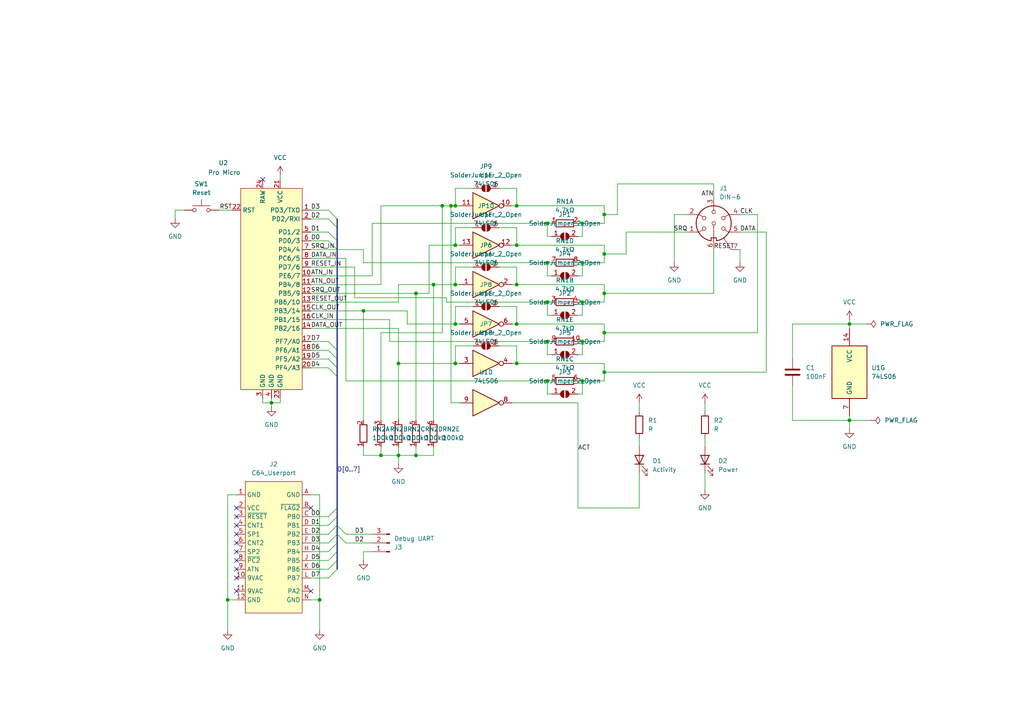
<source format=kicad_sch>
(kicad_sch (version 20231120) (generator "eeschema") (generator_version "8.0")
  (paper "A4")
  (title_block (title "XUM1541 Pro Micro") (date "2024-08-12") (rev "1.0") (company "Patrick Dähne CC BY-NC-SA 4.0"))
  (lib_symbols
    (symbol "74xx:74LS06" (pin_names (offset 1.016))
      (property "Reference" "U" (at 0 1.27 0))
      (property "Value" "74LS06" (at 0 -1.27 0))
      (symbol "74LS06_1_0"
        (polyline (pts (xy -3.81 3.81) (xy -3.81 -3.81) (xy 3.81 0) (xy -3.81 3.81)) (stroke (width 0.254)) (fill (type background)))
        (pin input line (at -7.62 0 0) (length 3.81) (name "~") (number "1"))
        (pin open_collector inverted (at 7.62 0 180) (length 3.81) (name "~") (number "2"))
      )
      (symbol "74LS06_2_0"
        (polyline (pts (xy -3.81 3.81) (xy -3.81 -3.81) (xy 3.81 0) (xy -3.81 3.81)) (stroke (width 0.254)) (fill (type background)))
        (pin input line (at -7.62 0 0) (length 3.81) (name "~") (number "3"))
        (pin open_collector inverted (at 7.62 0 180) (length 3.81) (name "~") (number "4"))
      )
      (symbol "74LS06_3_0"
        (polyline (pts (xy -3.81 3.81) (xy -3.81 -3.81) (xy 3.81 0) (xy -3.81 3.81)) (stroke (width 0.254)) (fill (type background)))
        (pin input line (at -7.62 0 0) (length 3.81) (name "~") (number "5"))
        (pin open_collector inverted (at 7.62 0 180) (length 3.81) (name "~") (number "6"))
      )
      (symbol "74LS06_4_0"
        (polyline (pts (xy -3.81 3.81) (xy -3.81 -3.81) (xy 3.81 0) (xy -3.81 3.81)) (stroke (width 0.254)) (fill (type background)))
        (pin open_collector inverted (at 7.62 0 180) (length 3.81) (name "~") (number "8"))
        (pin input line (at -7.62 0 0) (length 3.81) (name "~") (number "9"))
      )
      (symbol "74LS06_5_0"
        (polyline (pts (xy -3.81 3.81) (xy -3.81 -3.81) (xy 3.81 0) (xy -3.81 3.81)) (stroke (width 0.254)) (fill (type background)))
        (pin open_collector inverted (at 7.62 0 180) (length 3.81) (name "~") (number "10"))
        (pin input line (at -7.62 0 0) (length 3.81) (name "~") (number "11"))
      )
      (symbol "74LS06_6_0"
        (polyline (pts (xy -3.81 3.81) (xy -3.81 -3.81) (xy 3.81 0) (xy -3.81 3.81)) (stroke (width 0.254)) (fill (type background)))
        (pin open_collector inverted (at 7.62 0 180) (length 3.81) (name "~") (number "12"))
        (pin input line (at -7.62 0 0) (length 3.81) (name "~") (number "13"))
      )
      (symbol "74LS06_7_0"
        (pin power_in line (at 0 12.7 270) (length 5.08) (name "VCC") (number "14"))
        (pin power_in line (at 0 -12.7 90) (length 5.08) (name "GND") (number "7"))
      )
      (symbol "74LS06_7_1"
        (rectangle (start -5.08 7.62) (end 5.08 -7.62) (stroke (width 0.254)) (fill (type background)))
      )
    )
    (symbol "Commodore:C64_Userport"
      (property "Reference" "J" (at 0 21.59 0))
      (property "Value" "C64_Userport" (at 0 24.13 0))
      (symbol "C64_Userport_0_1"
        (rectangle (start -7.62 19.05) (end 8.89 -19.05) (fill (type background)))
      )
      (symbol "C64_Userport_1_1"
        (pin passive line (at -10.16 15.24 0) (length 2.54) (name "GND") (number "1"))
        (pin passive line (at -10.16 -8.89 0) (length 2.54) (name "9VAC") (number "10"))
        (pin passive line (at -10.16 -12.7 0) (length 2.54) (name "9VAC") (number "11"))
        (pin passive line (at -10.16 -15.24 0) (length 2.54) (name "GND") (number "12"))
        (pin passive line (at -10.16 11.43 0) (length 2.54) (name "VCC") (number "2"))
        (pin bidirectional line (at -10.16 8.89 0) (length 2.54) (name "~{RESET}") (number "3"))
        (pin bidirectional line (at -10.16 6.35 0) (length 2.54) (name "CNT1") (number "4"))
        (pin bidirectional line (at -10.16 3.81 0) (length 2.54) (name "SP1") (number "5"))
        (pin bidirectional line (at -10.16 1.27 0) (length 2.54) (name "CNT2") (number "6"))
        (pin bidirectional line (at -10.16 -1.27 0) (length 2.54) (name "SP2") (number "7"))
        (pin bidirectional line (at -10.16 -3.81 0) (length 2.54) (name "~{PC2}") (number "8"))
        (pin bidirectional line (at -10.16 -6.35 0) (length 2.54) (name "ATN") (number "9"))
        (pin passive line (at 11.43 15.24 180) (length 2.54) (name "GND") (number "A"))
        (pin bidirectional line (at 11.43 11.43 180) (length 2.54) (name "~{FLAG2}") (number "B"))
        (pin bidirectional line (at 11.43 8.89 180) (length 2.54) (name "PB0") (number "C"))
        (pin bidirectional line (at 11.43 6.35 180) (length 2.54) (name "PB1") (number "D"))
        (pin bidirectional line (at 11.43 3.81 180) (length 2.54) (name "PB2") (number "E"))
        (pin bidirectional line (at 11.43 1.27 180) (length 2.54) (name "PB3") (number "F"))
        (pin bidirectional line (at 11.43 -1.27 180) (length 2.54) (name "PB4") (number "H"))
        (pin bidirectional line (at 11.43 -3.81 180) (length 2.54) (name "PB5") (number "J"))
        (pin bidirectional line (at 11.43 -6.35 180) (length 2.54) (name "PB6") (number "K"))
        (pin bidirectional line (at 11.43 -8.89 180) (length 2.54) (name "PB7") (number "L"))
        (pin bidirectional line (at 11.43 -12.7 180) (length 2.54) (name "PA2") (number "M"))
        (pin passive line (at 11.43 -15.24 180) (length 2.54) (name "GND") (number "N"))
      )
    )
    (symbol "Connector:Conn_01x03_Pin" (pin_names (offset 1.016) hide)
      (property "Reference" "J" (at 0 5.08 0))
      (property "Value" "Conn_01x03_Pin" (at 0 -5.08 0))
      (symbol "Conn_01x03_Pin_1_1"
        (polyline (pts (xy 1.27 -2.54) (xy 0.8636 -2.54)) (stroke (width 0.1524)))
        (polyline (pts (xy 1.27 0) (xy 0.8636 0)) (stroke (width 0.1524)))
        (polyline (pts (xy 1.27 2.54) (xy 0.8636 2.54)) (stroke (width 0.1524)))
        (rectangle (start 0.8636 -2.413) (end 0 -2.667) (stroke (width 0.1524)) (fill (type outline)))
        (rectangle (start 0.8636 0.127) (end 0 -0.127) (stroke (width 0.1524)) (fill (type outline)))
        (rectangle (start 0.8636 2.667) (end 0 2.413) (stroke (width 0.1524)) (fill (type outline)))
        (pin passive line (at 5.08 2.54 180) (length 3.81) (name "Pin_1") (number "1"))
        (pin passive line (at 5.08 0 180) (length 3.81) (name "Pin_2") (number "2"))
        (pin passive line (at 5.08 -2.54 180) (length 3.81) (name "Pin_3") (number "3"))
      )
    )
    (symbol "DIN:DIN-6_Shielded"
      (property "Reference" "J" (at 4.064 6.35 0))
      (symbol "DIN-6_Shielded_0_1"
        (arc (start -5.08 0) (mid -3.8609 -3.3364) (end -0.762 -5.08) (stroke (width 0.254)))
        (circle (center -2.794 -1.524) (radius 0.508))
        (circle (center -2.794 1.524) (radius 0.508))
        (polyline (pts (xy 0 -5.08) (xy 0 -0.508)))
        (polyline (pts (xy 0 5.08) (xy 0 3.81)))
        (polyline (pts (xy 5.08 -7.62) (xy 2.909 -4.262)))
        (polyline (pts (xy -5.08 -2.54) (xy -4.318 -2.54) (xy -3.175 -1.905)))
        (polyline (pts (xy -5.08 2.54) (xy -4.318 2.54) (xy -3.175 1.905)))
        (polyline (pts (xy 5.08 -2.54) (xy 4.318 -2.54) (xy 3.175 -1.905)))
        (polyline (pts (xy 5.08 2.54) (xy 4.318 2.54) (xy 3.175 1.905)))
        (polyline (pts (xy -0.762 -4.953) (xy -0.762 -4.191) (xy 0.762 -4.191) (xy 0.762 -4.953)) (stroke (width 0.254)))
        (circle (center 0 0) (radius 0.508))
        (circle (center 0 3.302) (radius 0.508))
        (arc (start 0.762 -5.08) (mid 3.8685 -3.343) (end 5.08 0) (stroke (width 0.254)))
        (circle (center 2.794 -1.524) (radius 0.508))
        (circle (center 2.794 1.524) (radius 0.508))
        (arc (start 5.08 0) (mid 0 5.0579) (end -5.08 0) (stroke (width 0.254)))
      )
      (symbol "DIN-6_Shielded_1_1"
        (pin passive line (at -7.62 -2.54 0) (length 2.54) (name "~") (number "1"))
        (pin passive line (at -7.62 2.54 0) (length 2.54) (name "~") (number "2"))
        (pin passive line (at 0 7.62 270) (length 2.54) (name "~") (number "3"))
        (pin passive line (at 7.62 2.54 180) (length 2.54) (name "~") (number "4"))
        (pin passive line (at 7.62 -2.54 180) (length 2.54) (name "~") (number "5"))
        (pin passive line (at 0 -7.62 90) (length 2.54) (name "~") (number "6"))
        (pin passive line (at 7.62 -7.62 180) (length 2.54) (name "~") (number "7"))
      )
    )
    (symbol "Device:C" (pin_numbers hide) (pin_names (offset 0.254))
      (property "Reference" "C" (at 0.635 2.54 0))
      (property "Value" "C" (at 0.635 -2.54 0))
      (symbol "C_0_1"
        (polyline (pts (xy -2.032 -0.762) (xy 2.032 -0.762)) (stroke (width 0.508)))
        (polyline (pts (xy -2.032 0.762) (xy 2.032 0.762)) (stroke (width 0.508)))
      )
      (symbol "C_1_1"
        (pin passive line (at 0 3.81 270) (length 2.794) (name "~") (number "1"))
        (pin passive line (at 0 -3.81 90) (length 2.794) (name "~") (number "2"))
      )
    )
    (symbol "Device:LED" (pin_numbers hide) (pin_names (offset 1.016) hide)
      (property "Reference" "D" (at 0 2.54 0))
      (property "Value" "LED" (at 0 -2.54 0))
      (symbol "LED_0_1"
        (polyline (pts (xy -1.27 -1.27) (xy -1.27 1.27)) (stroke (width 0.254)))
        (polyline (pts (xy -1.27 0) (xy 1.27 0)))
        (polyline (pts (xy 1.27 -1.27) (xy 1.27 1.27) (xy -1.27 0) (xy 1.27 -1.27)) (stroke (width 0.254)))
        (polyline (pts (xy -3.048 -0.762) (xy -4.572 -2.286) (xy -3.81 -2.286) (xy -4.572 -2.286) (xy -4.572 -1.524)))
        (polyline (pts (xy -1.778 -0.762) (xy -3.302 -2.286) (xy -2.54 -2.286) (xy -3.302 -2.286) (xy -3.302 -1.524)))
      )
      (symbol "LED_1_1"
        (pin passive line (at -3.81 0 0) (length 2.54) (name "K") (number "1"))
        (pin passive line (at 3.81 0 180) (length 2.54) (name "A") (number "2"))
      )
    )
    (symbol "Device:R" (pin_numbers hide) (pin_names (offset 0))
      (property "Reference" "R" (at 2.032 0 90))
      (property "Value" "R" (at 0 0 90))
      (symbol "R_0_1"
        (rectangle (start -1.016 -2.54) (end 1.016 2.54) (stroke (width 0.254)))
      )
      (symbol "R_1_1"
        (pin passive line (at 0 3.81 270) (length 1.27) (name "~") (number "1"))
        (pin passive line (at 0 -3.81 90) (length 1.27) (name "~") (number "2"))
      )
    )
    (symbol "Device:R_Network05_Split" (pin_names (offset 0) hide)
      (property "Reference" "RN" (at 2.032 0 90))
      (property "Value" "R_Network05_Split" (at 0 0 90))
      (symbol "R_Network05_Split_0_1"
        (rectangle (start 1.016 2.54) (end -1.016 -2.54) (stroke (width 0.254)))
        (pin passive line (at 0 3.81 270) (length 1.27) (name "R1") (number "1"))
      )
      (symbol "R_Network05_Split_1_1"
        (pin passive line (at 0 -3.81 90) (length 1.27) (name "R1.2") (number "2"))
      )
      (symbol "R_Network05_Split_2_1"
        (pin passive line (at 0 -3.81 90) (length 1.27) (name "R2.2") (number "3"))
      )
      (symbol "R_Network05_Split_3_1"
        (pin passive line (at 0 -3.81 90) (length 1.27) (name "R3.2") (number "4"))
      )
      (symbol "R_Network05_Split_4_1"
        (pin passive line (at 0 -3.81 90) (length 1.27) (name "R4.2") (number "5"))
      )
      (symbol "R_Network05_Split_5_1"
        (pin passive line (at 0 -3.81 90) (length 1.27) (name "R5.2") (number "6"))
      )
    )
    (symbol "Device:R_Pack05_SIP_Split" (pin_names (offset 0) hide)
      (property "Reference" "RN" (at 2.032 0 90))
      (property "Value" "R_Pack05_SIP_Split" (at 0 0 90))
      (symbol "R_Pack05_SIP_Split_0_1"
        (rectangle (start 1.016 2.54) (end -1.016 -2.54) (stroke (width 0.254)))
      )
      (symbol "R_Pack05_SIP_Split_1_1"
        (pin passive line (at 0 -3.81 90) (length 1.27) (name "R1.1") (number "1"))
        (pin passive line (at 0 3.81 270) (length 1.27) (name "R1.2") (number "2"))
      )
      (symbol "R_Pack05_SIP_Split_2_1"
        (pin passive line (at 0 -3.81 90) (length 1.27) (name "R2.1") (number "3"))
        (pin passive line (at 0 3.81 270) (length 1.27) (name "R2.2") (number "4"))
      )
      (symbol "R_Pack05_SIP_Split_3_1"
        (pin passive line (at 0 -3.81 90) (length 1.27) (name "R3.1") (number "5"))
        (pin passive line (at 0 3.81 270) (length 1.27) (name "R3.2") (number "6"))
      )
      (symbol "R_Pack05_SIP_Split_4_1"
        (pin passive line (at 0 -3.81 90) (length 1.27) (name "R4.1") (number "7"))
        (pin passive line (at 0 3.81 270) (length 1.27) (name "R4.2") (number "8"))
      )
      (symbol "R_Pack05_SIP_Split_5_1"
        (pin passive line (at 0 3.81 270) (length 1.27) (name "R5.2") (number "10"))
        (pin passive line (at 0 -3.81 90) (length 1.27) (name "R5.1") (number "9"))
      )
    )
    (symbol "Jumper:SolderJumper_2_Open" (pin_names (offset 0) hide)
      (property "Reference" "JP" (at 0 2.032 0))
      (property "Value" "SolderJumper_2_Open" (at 0 -2.54 0))
      (symbol "SolderJumper_2_Open_0_1"
        (arc (start -0.254 1.016) (mid -1.2656 0) (end -0.254 -1.016))
        (arc (start -0.254 1.016) (mid -1.2656 0) (end -0.254 -1.016) (fill (type outline)))
        (polyline (pts (xy -0.254 1.016) (xy -0.254 -1.016)))
        (polyline (pts (xy 0.254 1.016) (xy 0.254 -1.016)))
        (arc (start 0.254 -1.016) (mid 1.2656 0) (end 0.254 1.016))
        (arc (start 0.254 -1.016) (mid 1.2656 0) (end 0.254 1.016) (fill (type outline)))
      )
      (symbol "SolderJumper_2_Open_1_1"
        (pin passive line (at -3.81 0 0) (length 2.54) (name "A") (number "1"))
        (pin passive line (at 3.81 0 180) (length 2.54) (name "B") (number "2"))
      )
    )
    (symbol "Pro_Micro:Pro_Micro"
      (property "Reference" "U" (at -8.382 30.734 0))
      (property "Value" "Pro Micro" (at 9.398 -31.496 0))
      (symbol "Pro_Micro_1_1"
        (rectangle (start -8.89 29.21) (end 8.89 -29.21) (fill (type background)))
        (pin bidirectional line (at 11.43 22.86 180) (length 2.54) (name "PD3/TXO") (number "1"))
        (pin bidirectional line (at 11.43 3.81 180) (length 2.54) (name "PE6/7") (number "10"))
        (pin bidirectional line (at 11.43 1.27 180) (length 2.54) (name "PB4/8") (number "11"))
        (pin bidirectional line (at 11.43 -1.27 180) (length 2.54) (name "PB5/9") (number "12"))
        (pin bidirectional line (at 11.43 -3.81 180) (length 2.54) (name "PB6/10") (number "13"))
        (pin bidirectional line (at 11.43 -11.43 180) (length 2.54) (name "PB2/16") (number "14"))
        (pin bidirectional line (at 11.43 -6.35 180) (length 2.54) (name "PB3/14") (number "15"))
        (pin bidirectional line (at 11.43 -8.89 180) (length 2.54) (name "PB1/15") (number "16"))
        (pin bidirectional line (at 11.43 -15.24 180) (length 2.54) (name "PF7/A0") (number "17"))
        (pin bidirectional line (at 11.43 -17.78 180) (length 2.54) (name "PF6/A1") (number "18"))
        (pin bidirectional line (at 11.43 -20.32 180) (length 2.54) (name "PF5/A2") (number "19"))
        (pin bidirectional line (at 11.43 20.32 180) (length 2.54) (name "PD2/RXI") (number "2"))
        (pin bidirectional line (at 11.43 -22.86 180) (length 2.54) (name "PF4/A3") (number "20"))
        (pin passive line (at 2.54 31.75 270) (length 2.54) (name "VCC") (number "21"))
        (pin input line (at -11.43 22.86 0) (length 2.54) (name "RST") (number "22"))
        (pin passive line (at 2.54 -31.75 90) (length 2.54) (name "GND") (number "23"))
        (pin passive line (at -2.54 31.75 270) (length 2.54) (name "RAW") (number "24"))
        (pin passive line (at -2.54 -31.75 90) (length 2.54) (name "GND") (number "3"))
        (pin passive line (at 0 -31.75 90) (length 2.54) (name "GND") (number "4"))
        (pin bidirectional line (at 11.43 16.51 180) (length 2.54) (name "PD1/2") (number "5"))
        (pin bidirectional line (at 11.43 13.97 180) (length 2.54) (name "PD0/3") (number "6"))
        (pin bidirectional line (at 11.43 11.43 180) (length 2.54) (name "PD4/4") (number "7"))
        (pin bidirectional line (at 11.43 8.89 180) (length 2.54) (name "PC6/5") (number "8"))
        (pin bidirectional line (at 11.43 6.35 180) (length 2.54) (name "PD7/6") (number "9"))
      )
    )
    (symbol "Switch:SW_Push" (pin_numbers hide) (pin_names (offset 1.016) hide)
      (property "Reference" "SW" (at 1.27 2.54 0))
      (property "Value" "SW_Push" (at 0 -1.524 0))
      (symbol "SW_Push_0_1"
        (circle (center -2.032 0) (radius 0.508))
        (polyline (pts (xy 0 1.27) (xy 0 3.048)))
        (polyline (pts (xy 2.54 1.27) (xy -2.54 1.27)))
        (circle (center 2.032 0) (radius 0.508))
        (pin passive line (at -5.08 0 0) (length 2.54) (name "1") (number "1"))
        (pin passive line (at 5.08 0 180) (length 2.54) (name "2") (number "2"))
      )
    )
    (symbol "power:GND" (power) (pin_numbers hide) (pin_names (offset 0) hide)
      (property "Value" "GND" (at 0 -3.81 0))
      (symbol "GND_0_1"
        (polyline (pts (xy 0 0) (xy 0 -1.27) (xy 1.27 -1.27) (xy 0 -2.54) (xy -1.27 -1.27) (xy 0 -1.27)))
      )
      (symbol "GND_1_1"
        (pin power_in line (at 0 0 270) (length 0) (name "~") (number "1"))
      )
    )
    (symbol "power:PWR_FLAG" (power) (pin_numbers hide) (pin_names (offset 0) hide)
      (property "Value" "PWR_FLAG" (at 0 3.81 0))
      (symbol "PWR_FLAG_0_0"
        (pin power_out line (at 0 0 90) (length 0) (name "~") (number "1"))
      )
      (symbol "PWR_FLAG_0_1"
        (polyline (pts (xy 0 0) (xy 0 1.27) (xy -1.016 1.905) (xy 0 2.54) (xy 1.016 1.905) (xy 0 1.27)))
      )
    )
    (symbol "power:VCC" (power) (pin_numbers hide) (pin_names (offset 0) hide)
      (property "Value" "VCC" (at 0 3.556 0))
      (symbol "VCC_0_1"
        (polyline (pts (xy -0.762 1.27) (xy 0 2.54)))
        (polyline (pts (xy 0 0) (xy 0 2.54)))
        (polyline (pts (xy 0 2.54) (xy 0.762 1.27)))
      )
      (symbol "VCC_1_1"
        (pin power_in line (at 0 0 90) (length 0) (name "~") (number "1"))
      )
    )
  )
  (junction (at 66.04 173.99))
  (junction (at 132.08 71.12))
  (junction (at 168.91 99.06))
  (junction (at 110.49 132.08))
  (junction (at 175.26 96.52))
  (junction (at 105.41 90.17))
  (junction (at 115.57 132.08))
  (junction (at 158.75 64.77))
  (junction (at 149.86 93.98))
  (junction (at 158.75 76.2))
  (junction (at 149.86 105.41))
  (junction (at 246.38 93.98))
  (junction (at 175.26 62.23))
  (junction (at 168.91 64.77))
  (junction (at 158.75 110.49))
  (junction (at 149.86 59.69))
  (junction (at 78.74 116.84))
  (junction (at 128.27 59.69))
  (junction (at 168.91 76.2))
  (junction (at 125.73 82.55))
  (junction (at 132.08 82.55))
  (junction (at 149.86 71.12))
  (junction (at 92.71 173.99))
  (junction (at 175.26 107.95))
  (junction (at 130.81 59.69))
  (junction (at 115.57 105.41))
  (junction (at 132.08 93.98))
  (junction (at 246.38 121.92))
  (junction (at 132.08 105.41))
  (junction (at 168.91 110.49))
  (junction (at 120.65 85.09))
  (junction (at 175.26 73.66))
  (junction (at 149.86 82.55))
  (junction (at 120.65 132.08))
  (junction (at 168.91 87.63))
  (junction (at 175.26 85.09))
  (junction (at 158.75 87.63))
  (junction (at 132.08 59.69))
  (junction (at 158.75 99.06))
  (no_connect (at 68.58 160.02))
  (no_connect (at 68.58 154.94))
  (no_connect (at 68.58 167.64))
  (no_connect (at 90.17 171.45))
  (no_connect (at 68.58 162.56))
  (no_connect (at 68.58 157.48))
  (no_connect (at 68.58 147.32))
  (no_connect (at 90.17 147.32))
  (no_connect (at 68.58 171.45))
  (no_connect (at 68.58 152.4))
  (no_connect (at 68.58 165.1))
  (no_connect (at 68.58 149.86))
  (no_connect (at 76.2 52.07))
  (bus_entry (at 95.25 154.94) (size 2.54 -2.54))
  (bus_entry (at 95.25 106.68) (size 2.54 2.54))
  (bus_entry (at 95.25 99.06) (size 2.54 2.54))
  (bus_entry (at 95.25 149.86) (size 2.54 -2.54))
  (bus_entry (at 95.25 167.64) (size 2.54 -2.54))
  (bus_entry (at 95.25 69.85) (size 2.54 2.54))
  (bus_entry (at 95.25 63.5) (size 2.54 2.54))
  (bus_entry (at 97.79 154.94) (size 2.54 2.54))
  (bus_entry (at 95.25 152.4) (size 2.54 -2.54))
  (bus_entry (at 95.25 101.6) (size 2.54 2.54))
  (bus_entry (at 95.25 60.96) (size 2.54 2.54))
  (bus_entry (at 95.25 162.56) (size 2.54 -2.54))
  (bus_entry (at 95.25 165.1) (size 2.54 -2.54))
  (bus_entry (at 95.25 104.14) (size 2.54 2.54))
  (bus_entry (at 95.25 67.31) (size 2.54 2.54))
  (bus_entry (at 95.25 160.02) (size 2.54 -2.54))
  (bus_entry (at 97.79 152.4) (size 2.54 2.54))
  (bus_entry (at 95.25 157.48) (size 2.54 -2.54))
  (wire (pts (xy 175.26 73.66) (xy 175.26 76.2)))
  (wire (pts (xy 158.75 87.63) (xy 160.02 87.63)))
  (wire (pts (xy 120.65 129.54) (xy 120.65 132.08)))
  (wire (pts (xy 158.75 91.44) (xy 158.75 87.63)))
  (wire (pts (xy 90.17 160.02) (xy 95.25 160.02)))
  (wire (pts (xy 167.64 80.01) (xy 168.91 80.01)))
  (wire (pts (xy 222.25 67.31) (xy 222.25 107.95)))
  (wire (pts (xy 144.78 66.04) (xy 149.86 66.04)))
  (wire (pts (xy 149.86 59.69) (xy 175.26 59.69)))
  (wire (pts (xy 168.91 64.77) (xy 167.64 64.77)))
  (wire (pts (xy 50.8 60.96) (xy 50.8 63.5)))
  (wire (pts (xy 204.47 137.16) (xy 204.47 142.24)))
  (wire (pts (xy 148.59 116.84) (xy 167.64 116.84)))
  (wire (pts (xy 158.75 102.87) (xy 158.75 99.06)))
  (wire (pts (xy 132.08 88.9) (xy 132.08 93.98)))
  (wire (pts (xy 90.17 74.93) (xy 100.33 74.93)))
  (wire (pts (xy 132.08 54.61) (xy 132.08 59.69)))
  (wire (pts (xy 110.49 96.52) (xy 128.27 96.52)))
  (wire (pts (xy 149.86 82.55) (xy 175.26 82.55)))
  (wire (pts (xy 107.95 80.01) (xy 107.95 64.77)))
  (wire (pts (xy 175.26 96.52) (xy 175.26 99.06)))
  (wire (pts (xy 229.87 121.92) (xy 229.87 111.76)))
  (wire (pts (xy 105.41 160.02) (xy 105.41 162.56)))
  (wire (pts (xy 115.57 132.08) (xy 120.65 132.08)))
  (wire (pts (xy 158.75 76.2) (xy 160.02 76.2)))
  (wire (pts (xy 219.71 96.52) (xy 175.26 96.52)))
  (wire (pts (xy 246.38 93.98) (xy 246.38 95.25)))
  (wire (pts (xy 90.17 60.96) (xy 95.25 60.96)))
  (wire (pts (xy 105.41 129.54) (xy 105.41 132.08)))
  (wire (pts (xy 128.27 59.69) (xy 130.81 59.69)))
  (wire (pts (xy 90.17 173.99) (xy 92.71 173.99)))
  (wire (pts (xy 175.26 64.77) (xy 168.91 64.77)))
  (wire (pts (xy 113.03 92.71) (xy 113.03 99.06)))
  (wire (pts (xy 158.75 114.3) (xy 158.75 110.49)))
  (wire (pts (xy 229.87 93.98) (xy 229.87 104.14)))
  (wire (pts (xy 148.59 59.69) (xy 149.86 59.69)))
  (wire (pts (xy 168.91 91.44) (xy 168.91 87.63)))
  (wire (pts (xy 81.28 50.8) (xy 81.28 52.07)))
  (wire (pts (xy 175.26 82.55) (xy 175.26 85.09)))
  (wire (pts (xy 167.64 91.44) (xy 168.91 91.44)))
  (wire (pts (xy 144.78 100.33) (xy 149.86 100.33)))
  (wire (pts (xy 90.17 82.55) (xy 110.49 82.55)))
  (bus (pts (xy 97.79 154.94) (xy 97.79 157.48)))
  (wire (pts (xy 115.57 132.08) (xy 115.57 134.62)))
  (wire (pts (xy 168.91 114.3) (xy 168.91 110.49)))
  (wire (pts (xy 158.75 80.01) (xy 158.75 76.2)))
  (wire (pts (xy 185.42 127) (xy 185.42 129.54)))
  (wire (pts (xy 137.16 88.9) (xy 132.08 88.9)))
  (wire (pts (xy 53.34 60.96) (xy 50.8 60.96)))
  (wire (pts (xy 90.17 154.94) (xy 95.25 154.94)))
  (wire (pts (xy 110.49 59.69) (xy 128.27 59.69)))
  (wire (pts (xy 90.17 104.14) (xy 95.25 104.14)))
  (wire (pts (xy 137.16 100.33) (xy 132.08 100.33)))
  (wire (pts (xy 246.38 121.92) (xy 252.73 121.92)))
  (wire (pts (xy 167.64 102.87) (xy 168.91 102.87)))
  (wire (pts (xy 132.08 93.98) (xy 133.35 93.98)))
  (wire (pts (xy 90.17 149.86) (xy 95.25 149.86)))
  (wire (pts (xy 100.33 154.94) (xy 107.95 154.94)))
  (wire (pts (xy 158.75 68.58) (xy 158.75 64.77)))
  (wire (pts (xy 115.57 95.25) (xy 115.57 105.41)))
  (wire (pts (xy 149.86 66.04) (xy 149.86 71.12)))
  (wire (pts (xy 160.02 68.58) (xy 158.75 68.58)))
  (wire (pts (xy 105.41 76.2) (xy 158.75 76.2)))
  (wire (pts (xy 97.79 72.39) (xy 105.41 72.39)))
  (wire (pts (xy 246.38 121.92) (xy 229.87 121.92)))
  (wire (pts (xy 149.86 100.33) (xy 149.86 105.41)))
  (bus (pts (xy 97.79 152.4) (xy 97.79 154.94)))
  (wire (pts (xy 167.64 147.32) (xy 185.42 147.32)))
  (wire (pts (xy 113.03 99.06) (xy 158.75 99.06)))
  (bus (pts (xy 97.79 101.6) (xy 97.79 104.14)))
  (wire (pts (xy 246.38 93.98) (xy 229.87 93.98)))
  (wire (pts (xy 90.17 165.1) (xy 95.25 165.1)))
  (bus (pts (xy 97.79 162.56) (xy 97.79 165.1)))
  (wire (pts (xy 132.08 59.69) (xy 133.35 59.69)))
  (wire (pts (xy 137.16 77.47) (xy 132.08 77.47)))
  (bus (pts (xy 97.79 160.02) (xy 97.79 162.56)))
  (wire (pts (xy 90.17 77.47) (xy 102.87 77.47)))
  (wire (pts (xy 124.46 71.12) (xy 124.46 85.09)))
  (wire (pts (xy 110.49 132.08) (xy 115.57 132.08)))
  (wire (pts (xy 167.64 114.3) (xy 168.91 114.3)))
  (wire (pts (xy 90.17 72.39) (xy 97.79 72.39)))
  (bus (pts (xy 97.79 106.68) (xy 97.79 109.22)))
  (wire (pts (xy 204.47 116.84) (xy 204.47 119.38)))
  (wire (pts (xy 175.26 85.09) (xy 175.26 87.63)))
  (wire (pts (xy 128.27 96.52) (xy 128.27 59.69)))
  (wire (pts (xy 158.75 110.49) (xy 160.02 110.49)))
  (wire (pts (xy 158.75 64.77) (xy 160.02 64.77)))
  (wire (pts (xy 90.17 157.48) (xy 95.25 157.48)))
  (wire (pts (xy 207.01 85.09) (xy 175.26 85.09)))
  (wire (pts (xy 195.58 62.23) (xy 199.39 62.23)))
  (wire (pts (xy 120.65 85.09) (xy 124.46 85.09)))
  (wire (pts (xy 167.64 116.84) (xy 167.64 147.32)))
  (wire (pts (xy 92.71 173.99) (xy 92.71 182.88)))
  (wire (pts (xy 168.91 76.2) (xy 175.26 76.2)))
  (wire (pts (xy 115.57 82.55) (xy 125.73 82.55)))
  (wire (pts (xy 160.02 91.44) (xy 158.75 91.44)))
  (wire (pts (xy 66.04 173.99) (xy 66.04 182.88)))
  (wire (pts (xy 132.08 82.55) (xy 133.35 82.55)))
  (wire (pts (xy 132.08 71.12) (xy 133.35 71.12)))
  (wire (pts (xy 167.64 76.2) (xy 168.91 76.2)))
  (wire (pts (xy 179.07 53.34) (xy 179.07 62.23)))
  (wire (pts (xy 144.78 54.61) (xy 149.86 54.61)))
  (wire (pts (xy 81.28 115.57) (xy 81.28 116.84)))
  (wire (pts (xy 115.57 87.63) (xy 115.57 82.55)))
  (wire (pts (xy 90.17 143.51) (xy 92.71 143.51)))
  (wire (pts (xy 90.17 87.63) (xy 115.57 87.63)))
  (wire (pts (xy 168.91 68.58) (xy 168.91 64.77)))
  (wire (pts (xy 185.42 116.84) (xy 185.42 119.38)))
  (wire (pts (xy 149.86 77.47) (xy 149.86 82.55)))
  (wire (pts (xy 137.16 66.04) (xy 132.08 66.04)))
  (wire (pts (xy 168.91 80.01) (xy 168.91 76.2)))
  (wire (pts (xy 168.91 99.06) (xy 175.26 99.06)))
  (wire (pts (xy 144.78 88.9) (xy 149.86 88.9)))
  (wire (pts (xy 167.64 99.06) (xy 168.91 99.06)))
  (wire (pts (xy 160.02 80.01) (xy 158.75 80.01)))
  (wire (pts (xy 132.08 100.33) (xy 132.08 105.41)))
  (wire (pts (xy 105.41 121.92) (xy 105.41 90.17)))
  (wire (pts (xy 129.54 86.36) (xy 129.54 87.63)))
  (wire (pts (xy 125.73 132.08) (xy 125.73 129.54)))
  (wire (pts (xy 207.01 53.34) (xy 179.07 53.34)))
  (wire (pts (xy 78.74 116.84) (xy 78.74 118.11)))
  (wire (pts (xy 68.58 143.51) (xy 66.04 143.51)))
  (wire (pts (xy 100.33 110.49) (xy 158.75 110.49)))
  (wire (pts (xy 118.11 93.98) (xy 132.08 93.98)))
  (wire (pts (xy 167.64 110.49) (xy 168.91 110.49)))
  (wire (pts (xy 115.57 105.41) (xy 132.08 105.41)))
  (wire (pts (xy 207.01 72.39) (xy 207.01 85.09)))
  (wire (pts (xy 90.17 162.56) (xy 95.25 162.56)))
  (wire (pts (xy 175.26 107.95) (xy 175.26 110.49)))
  (wire (pts (xy 92.71 143.51) (xy 92.71 173.99)))
  (wire (pts (xy 179.07 62.23) (xy 175.26 62.23)))
  (wire (pts (xy 175.26 59.69) (xy 175.26 62.23)))
  (wire (pts (xy 214.63 62.23) (xy 219.71 62.23)))
  (wire (pts (xy 129.54 87.63) (xy 158.75 87.63)))
  (wire (pts (xy 90.17 152.4) (xy 95.25 152.4)))
  (wire (pts (xy 246.38 121.92) (xy 246.38 124.46)))
  (wire (pts (xy 175.26 93.98) (xy 175.26 96.52)))
  (wire (pts (xy 90.17 101.6) (xy 95.25 101.6)))
  (wire (pts (xy 90.17 99.06) (xy 95.25 99.06)))
  (bus (pts (xy 97.79 69.85) (xy 97.79 72.39)))
  (wire (pts (xy 105.41 72.39) (xy 105.41 76.2)))
  (wire (pts (xy 110.49 121.92) (xy 110.49 96.52)))
  (wire (pts (xy 90.17 95.25) (xy 115.57 95.25)))
  (wire (pts (xy 90.17 85.09) (xy 120.65 85.09)))
  (wire (pts (xy 175.26 71.12) (xy 175.26 73.66)))
  (wire (pts (xy 102.87 86.36) (xy 129.54 86.36)))
  (wire (pts (xy 78.74 115.57) (xy 78.74 116.84)))
  (wire (pts (xy 105.41 132.08) (xy 110.49 132.08)))
  (wire (pts (xy 207.01 57.15) (xy 207.01 53.34)))
  (wire (pts (xy 90.17 80.01) (xy 107.95 80.01)))
  (wire (pts (xy 120.65 132.08) (xy 125.73 132.08)))
  (wire (pts (xy 132.08 66.04) (xy 132.08 71.12)))
  (wire (pts (xy 130.81 59.69) (xy 130.81 116.84)))
  (wire (pts (xy 66.04 143.51) (xy 66.04 173.99)))
  (wire (pts (xy 125.73 82.55) (xy 125.73 121.92)))
  (wire (pts (xy 168.91 87.63) (xy 175.26 87.63)))
  (wire (pts (xy 149.86 105.41) (xy 175.26 105.41)))
  (bus (pts (xy 97.79 157.48) (xy 97.79 160.02)))
  (wire (pts (xy 107.95 64.77) (xy 158.75 64.77)))
  (wire (pts (xy 148.59 93.98) (xy 149.86 93.98)))
  (wire (pts (xy 158.75 99.06) (xy 160.02 99.06)))
  (wire (pts (xy 149.86 54.61) (xy 149.86 59.69)))
  (wire (pts (xy 90.17 106.68) (xy 95.25 106.68)))
  (wire (pts (xy 219.71 62.23) (xy 219.71 96.52)))
  (wire (pts (xy 100.33 74.93) (xy 100.33 110.49)))
  (wire (pts (xy 214.63 67.31) (xy 222.25 67.31)))
  (wire (pts (xy 195.58 62.23) (xy 195.58 76.2)))
  (wire (pts (xy 118.11 90.17) (xy 118.11 93.98)))
  (wire (pts (xy 214.63 72.39) (xy 214.63 76.2)))
  (wire (pts (xy 132.08 77.47) (xy 132.08 82.55)))
  (wire (pts (xy 148.59 82.55) (xy 149.86 82.55)))
  (wire (pts (xy 149.86 71.12) (xy 175.26 71.12)))
  (wire (pts (xy 168.91 110.49) (xy 175.26 110.49)))
  (wire (pts (xy 102.87 77.47) (xy 102.87 86.36)))
  (wire (pts (xy 105.41 90.17) (xy 118.11 90.17)))
  (wire (pts (xy 110.49 129.54) (xy 110.49 132.08)))
  (wire (pts (xy 181.61 73.66) (xy 175.26 73.66)))
  (wire (pts (xy 246.38 120.65) (xy 246.38 121.92)))
  (wire (pts (xy 124.46 71.12) (xy 132.08 71.12)))
  (wire (pts (xy 175.26 105.41) (xy 175.26 107.95)))
  (bus (pts (xy 97.79 66.04) (xy 97.79 69.85)))
  (wire (pts (xy 204.47 127) (xy 204.47 129.54)))
  (bus (pts (xy 97.79 104.14) (xy 97.79 106.68)))
  (wire (pts (xy 107.95 160.02) (xy 105.41 160.02)))
  (wire (pts (xy 167.64 87.63) (xy 168.91 87.63)))
  (wire (pts (xy 185.42 147.32) (xy 185.42 137.16)))
  (wire (pts (xy 90.17 67.31) (xy 95.25 67.31)))
  (wire (pts (xy 78.74 116.84) (xy 81.28 116.84)))
  (wire (pts (xy 90.17 167.64) (xy 95.25 167.64)))
  (wire (pts (xy 66.04 173.99) (xy 68.58 173.99)))
  (bus (pts (xy 97.79 72.39) (xy 97.79 101.6)))
  (wire (pts (xy 149.86 93.98) (xy 175.26 93.98)))
  (wire (pts (xy 137.16 54.61) (xy 132.08 54.61)))
  (bus (pts (xy 97.79 149.86) (xy 97.79 152.4)))
  (wire (pts (xy 175.26 62.23) (xy 175.26 64.77)))
  (wire (pts (xy 167.64 68.58) (xy 168.91 68.58)))
  (wire (pts (xy 76.2 116.84) (xy 78.74 116.84)))
  (wire (pts (xy 149.86 88.9) (xy 149.86 93.98)))
  (wire (pts (xy 246.38 92.71) (xy 246.38 93.98)))
  (wire (pts (xy 115.57 105.41) (xy 115.57 121.92)))
  (wire (pts (xy 125.73 82.55) (xy 132.08 82.55)))
  (wire (pts (xy 148.59 71.12) (xy 149.86 71.12)))
  (wire (pts (xy 130.81 59.69) (xy 132.08 59.69)))
  (wire (pts (xy 63.5 60.96) (xy 67.31 60.96)))
  (wire (pts (xy 199.39 67.31) (xy 181.61 67.31)))
  (wire (pts (xy 90.17 90.17) (xy 105.41 90.17)))
  (bus (pts (xy 97.79 109.22) (xy 97.79 147.32)))
  (wire (pts (xy 132.08 105.41) (xy 133.35 105.41)))
  (bus (pts (xy 97.79 63.5) (xy 97.79 66.04)))
  (wire (pts (xy 160.02 102.87) (xy 158.75 102.87)))
  (wire (pts (xy 168.91 102.87) (xy 168.91 99.06)))
  (wire (pts (xy 130.81 116.84) (xy 133.35 116.84)))
  (wire (pts (xy 222.25 107.95) (xy 175.26 107.95)))
  (wire (pts (xy 246.38 93.98) (xy 251.46 93.98)))
  (wire (pts (xy 90.17 63.5) (xy 95.25 63.5)))
  (wire (pts (xy 90.17 69.85) (xy 95.25 69.85)))
  (bus (pts (xy 97.79 147.32) (xy 97.79 149.86)))
  (wire (pts (xy 181.61 67.31) (xy 181.61 73.66)))
  (wire (pts (xy 148.59 105.41) (xy 149.86 105.41)))
  (wire (pts (xy 120.65 85.09) (xy 120.65 121.92)))
  (wire (pts (xy 160.02 114.3) (xy 158.75 114.3)))
  (wire (pts (xy 76.2 115.57) (xy 76.2 116.84)))
  (wire (pts (xy 90.17 92.71) (xy 113.03 92.71)))
  (wire (pts (xy 110.49 82.55) (xy 110.49 59.69)))
  (wire (pts (xy 100.33 157.48) (xy 107.95 157.48)))
  (wire (pts (xy 144.78 77.47) (xy 149.86 77.47)))
  (wire (pts (xy 115.57 129.54) (xy 115.57 132.08)))
  (label "DATA_OUT" (at 90.17 95.25 0))
  (label "D3" (at 90.17 60.96 0))
  (label "ACT" (at 167.64 130.81 0))
  (label "RESET_OUT" (at 90.17 87.63 0))
  (label "DATA" (at 214.63 67.31 0))
  (label "D0" (at 90.17 149.86 0))
  (label "D1" (at 90.17 152.4 0))
  (label "D5" (at 90.17 162.56 0))
  (label "ATN_OUT" (at 90.17 82.55 0))
  (label "D4" (at 90.17 160.02 0))
  (label "D3" (at 102.87 154.94 0))
  (label "D2" (at 90.17 154.94 0))
  (label "CLK_IN" (at 90.17 92.71 0))
  (label "RESET_IN" (at 90.17 77.47 0))
  (label "D4" (at 90.17 106.68 0))
  (label "ATN_IN" (at 90.17 80.01 0))
  (label "D6" (at 90.17 165.1 0))
  (label "D[0..7]" (at 97.79 137.16 0))
  (label "D5" (at 90.17 104.14 0))
  (label "D6" (at 90.17 101.6 0))
  (label "SRQ_OUT" (at 90.17 85.09 0))
  (label "RST" (at 67.31 60.96 180))
  (label "D0" (at 90.17 69.85 0))
  (label "CLK" (at 214.63 62.23 0))
  (label "D7" (at 90.17 167.64 0))
  (label "SRQ" (at 199.39 67.31 180))
  (label "CLK_OUT" (at 90.17 90.17 0))
  (label "SRQ_IN" (at 90.17 72.39 0))
  (label "D2" (at 102.87 157.48 0))
  (label "ATN" (at 207.01 57.15 180))
  (label "D1" (at 90.17 67.31 0))
  (label "RESET" (at 207.01 72.39 0))
  (label "D7" (at 90.17 99.06 0))
  (label "DATA_IN" (at 90.17 74.93 0))
  (label "D3" (at 90.17 157.48 0))
  (label "D2" (at 90.17 63.5 0))
  (symbol (lib_id "Device:C") (at 229.87 107.95 0) (unit 1)
    (property "Reference" "C1" (at 233.68 106.6799 0) (effects (justify left)))
    (property "Value" "100nF" (at 233.68 109.2199 0) (effects (justify left)))
    (property "Footprint" "Capacitor_THT:C_Disc_D3.0mm_W1.6mm_P2.50mm" (effects (hide yes)))
    (property "Description" "Unpolarized capacitor" (effects (hide yes)))
  )
  (symbol (lib_id "Jumper:SolderJumper_2_Open") (at 140.97 66.04 0) (unit 1)
    (property "Reference" "JP10" (at 140.97 59.69 0))
    (property "Value" "SolderJumper_2_Open" (at 140.97 62.23 0))
    (property "Footprint" "Jumper:SolderJumper-2_P1.3mm_Open_RoundedPad1.0x1.5mm" (effects (hide yes)))
    (property "Description" "Solder Jumper, 2-pole, open" (effects (hide yes)))
  )
  (symbol (lib_id "power:GND") (at 204.47 142.24 0) (unit 1)
    (property "Reference" "#PWR08" (effects (hide yes)))
    (property "Value" "GND" (at 204.47 147.32 0))
    (property "Description" "Power symbol creates a global label with name \"GND\" , ground" (effects (hide yes)))
  )
  (symbol (lib_id "power:VCC") (at 246.38 92.71 0) (unit 1)
    (property "Reference" "#PWR06" (effects (hide yes)))
    (property "Value" "VCC" (at 246.38 87.63 0))
    (property "Description" "Power symbol creates a global label with name \"VCC\"" (effects (hide yes)))
  )
  (symbol (lib_id "Device:LED") (at 185.42 133.35 90) (unit 1)
    (property "Reference" "D1" (at 189.23 133.6674 90) (effects (justify right)))
    (property "Value" "Activity" (at 189.23 136.2074 90) (effects (justify right)))
    (property "Footprint" "LED_THT:LED_D3.0mm" (effects (hide yes)))
    (property "Description" "Light emitting diode" (effects (hide yes)))
  )
  (symbol (lib_id "74xx:74LS06") (at 140.97 93.98 0) (unit 3)
    (property "Reference" "U1" (at 140.97 85.09 0))
    (property "Value" "74LS06" (at 140.97 87.63 0))
    (property "Footprint" "Package_DIP:DIP-14_W7.62mm_Socket_LongPads" (effects (hide yes)))
    (property "Datasheet" "http://www.ti.com/lit/gpn/sn74LS06" (effects (hide yes)))
    (property "Description" "Inverter Open Collect" (effects (hide yes)))
  )
  (symbol (lib_id "Jumper:SolderJumper_2_Open") (at 140.97 100.33 0) (unit 1)
    (property "Reference" "JP7" (at 140.97 93.98 0))
    (property "Value" "SolderJumper_2_Open" (at 140.97 96.52 0))
    (property "Footprint" "Jumper:SolderJumper-2_P1.3mm_Open_RoundedPad1.0x1.5mm" (effects (hide yes)))
    (property "Description" "Solder Jumper, 2-pole, open" (effects (hide yes)))
  )
  (symbol (lib_id "Device:R_Network05_Split") (at 115.57 125.73 180) (unit 3)
    (property "Reference" "RN2" (at 118.11 124.4599 0) (effects (justify right)))
    (property "Value" "100kΩ" (at 118.11 126.9999 0) (effects (justify right)))
    (property "Footprint" "Resistor_THT:R_Array_SIP6" (effects (hide yes)))
    (property "Datasheet" "http://www.vishay.com/docs/31509/csc.pdf" (effects (hide yes)))
    (property "Description" "5 resistor network, star topology, bussed resistors, split" (effects (hide yes)))
  )
  (symbol (lib_id "Device:R_Network05_Split") (at 105.41 125.73 180) (unit 1)
    (property "Reference" "RN2" (at 107.95 124.4599 0) (effects (justify right)))
    (property "Value" "100kΩ" (at 107.95 126.9999 0) (effects (justify right)))
    (property "Footprint" "Resistor_THT:R_Array_SIP6" (effects (hide yes)))
    (property "Datasheet" "http://www.vishay.com/docs/31509/csc.pdf" (effects (hide yes)))
    (property "Description" "5 resistor network, star topology, bussed resistors, split" (effects (hide yes)))
  )
  (symbol (lib_id "Commodore:C64_Userport") (at 78.74 158.75 0) (unit 1)
    (property "Reference" "J2" (at 79.375 134.62 0))
    (property "Value" "C64_Userport" (at 79.375 137.16 0))
    (property "Footprint" "Commodore:C64_Userport_Edge" (effects (hide yes)))
  )
  (symbol (lib_id "power:GND") (at 214.63 76.2 0) (unit 1)
    (property "Reference" "#PWR013" (effects (hide yes)))
    (property "Value" "GND" (at 214.63 81.28 0))
    (property "Description" "Power symbol creates a global label with name \"GND\" , ground" (effects (hide yes)))
  )
  (symbol (lib_id "Jumper:SolderJumper_2_Open") (at 163.83 68.58 0) (unit 1)
    (property "Reference" "JP1" (at 163.83 62.23 0))
    (property "Value" "SolderJumper_2_Open" (at 163.83 64.77 0))
    (property "Footprint" "Jumper:SolderJumper-2_P1.3mm_Open_RoundedPad1.0x1.5mm" (effects (hide yes)))
    (property "Description" "Solder Jumper, 2-pole, open" (effects (hide yes)))
  )
  (symbol (lib_id "Device:R_Pack05_SIP_Split") (at 163.83 87.63 270) (unit 2)
    (property "Reference" "RN1" (at 163.83 81.28 90))
    (property "Value" "4.7kΩ" (at 163.83 83.82 90))
    (property "Footprint" "Resistor_THT:R_Array_SIP10" (effects (hide yes)))
    (property "Datasheet" "http://www.vishay.com/docs/31509/csc.pdf" (effects (hide yes)))
    (property "Description" "5 resistor network, parallel topology, SIP package, split" (effects (hide yes)))
  )
  (symbol (lib_id "Connector:Conn_01x03_Pin") (at 113.03 157.48 180) (unit 1)
    (property "Reference" "J3" (at 114.3 158.7501 0) (effects (justify right)))
    (property "Value" "Debug UART" (at 114.3 156.2101 0) (effects (justify right)))
    (property "Footprint" "Connector_PinHeader_2.54mm:PinHeader_1x03_P2.54mm_Vertical" (effects (hide yes)))
    (property "Description" "Generic connector, single row, 01x03, script generated" (effects (hide yes)))
  )
  (symbol (lib_id "power:VCC") (at 185.42 116.84 0) (unit 1)
    (property "Reference" "#PWR010" (effects (hide yes)))
    (property "Value" "VCC" (at 185.42 111.76 0))
    (property "Description" "Power symbol creates a global label with name \"VCC\"" (effects (hide yes)))
  )
  (symbol (lib_id "power:GND") (at 66.04 182.88 0) (unit 1)
    (property "Reference" "#PWR012" (effects (hide yes)))
    (property "Value" "GND" (at 66.04 187.96 0))
    (property "Description" "Power symbol creates a global label with name \"GND\" , ground" (effects (hide yes)))
  )
  (symbol (lib_id "Jumper:SolderJumper_2_Open") (at 163.83 114.3 0) (unit 1)
    (property "Reference" "JP3" (at 163.83 107.95 0))
    (property "Value" "SolderJumper_2_Open" (at 163.83 110.49 0))
    (property "Footprint" "Jumper:SolderJumper-2_P1.3mm_Open_RoundedPad1.0x1.5mm" (effects (hide yes)))
    (property "Description" "Solder Jumper, 2-pole, open" (effects (hide yes)))
  )
  (symbol (lib_id "DIN:DIN-6_Shielded") (at 207.01 64.77 0) (unit 1)
    (property "Reference" "J1" (at 208.6611 54.61 0) (effects (justify left)))
    (property "Value" "DIN-6" (at 208.6611 57.15 0) (effects (justify left)))
    (property "Footprint" "DIN:DIN-6" (effects (hide yes)))
    (property "Datasheet" "http://www.mouser.com/ds/2/18/40_c091_abd_e-75918.pdf" (effects (hide yes)))
    (property "Description" "6-pin DIN connector" (effects (hide yes)))
  )
  (symbol (lib_id "Jumper:SolderJumper_2_Open") (at 163.83 80.01 0) (unit 1)
    (property "Reference" "JP4" (at 163.83 73.66 0))
    (property "Value" "SolderJumper_2_Open" (at 163.83 76.2 0))
    (property "Footprint" "Jumper:SolderJumper-2_P1.3mm_Open_RoundedPad1.0x1.5mm" (effects (hide yes)))
    (property "Description" "Solder Jumper, 2-pole, open" (effects (hide yes)))
  )
  (symbol (lib_id "74xx:74LS06") (at 140.97 82.55 0) (unit 1)
    (property "Reference" "U1" (at 140.97 73.66 0))
    (property "Value" "74LS06" (at 140.97 76.2 0))
    (property "Footprint" "Package_DIP:DIP-14_W7.62mm_Socket_LongPads" (effects (hide yes)))
    (property "Datasheet" "http://www.ti.com/lit/gpn/sn74LS06" (effects (hide yes)))
    (property "Description" "Inverter Open Collect" (effects (hide yes)))
  )
  (symbol (lib_id "Switch:SW_Push") (at 58.42 60.96 0) (unit 1)
    (property "Reference" "SW1" (at 58.42 53.34 0))
    (property "Value" "Reset" (at 58.42 55.88 0))
    (property "Footprint" "Button_Switch_THT:SW_PUSH_6mm" (effects (hide yes)))
    (property "Description" "Push button switch, generic, two pins" (effects (hide yes)))
  )
  (symbol (lib_id "power:GND") (at 78.74 118.11 0) (unit 1)
    (property "Reference" "#PWR01" (effects (hide yes)))
    (property "Value" "GND" (at 78.74 123.19 0))
    (property "Description" "Power symbol creates a global label with name \"GND\" , ground" (effects (hide yes)))
  )
  (symbol (lib_id "power:GND") (at 50.8 63.5 0) (unit 1)
    (property "Reference" "#PWR03" (effects (hide yes)))
    (property "Value" "GND" (at 50.8 68.58 0))
    (property "Description" "Power symbol creates a global label with name \"GND\" , ground" (effects (hide yes)))
  )
  (symbol (lib_id "Device:R_Network05_Split") (at 120.65 125.73 180) (unit 4)
    (property "Reference" "RN2" (at 123.19 124.4599 0) (effects (justify right)))
    (property "Value" "100kΩ" (at 123.19 126.9999 0) (effects (justify right)))
    (property "Footprint" "Resistor_THT:R_Array_SIP6" (effects (hide yes)))
    (property "Datasheet" "http://www.vishay.com/docs/31509/csc.pdf" (effects (hide yes)))
    (property "Description" "5 resistor network, star topology, bussed resistors, split" (effects (hide yes)))
  )
  (symbol (lib_id "power:GND") (at 195.58 76.2 0) (unit 1)
    (property "Reference" "#PWR07" (effects (hide yes)))
    (property "Value" "GND" (at 195.58 81.28 0))
    (property "Description" "Power symbol creates a global label with name \"GND\" , ground" (effects (hide yes)))
  )
  (symbol (lib_id "Jumper:SolderJumper_2_Open") (at 140.97 88.9 0) (unit 1)
    (property "Reference" "JP8" (at 140.97 82.55 0))
    (property "Value" "SolderJumper_2_Open" (at 140.97 85.09 0))
    (property "Footprint" "Jumper:SolderJumper-2_P1.3mm_Open_RoundedPad1.0x1.5mm" (effects (hide yes)))
    (property "Description" "Solder Jumper, 2-pole, open" (effects (hide yes)))
  )
  (symbol (lib_id "power:VCC") (at 204.47 116.84 0) (unit 1)
    (property "Reference" "#PWR09" (effects (hide yes)))
    (property "Value" "VCC" (at 204.47 111.76 0))
    (property "Description" "Power symbol creates a global label with name \"VCC\"" (effects (hide yes)))
  )
  (symbol (lib_id "Device:LED") (at 204.47 133.35 90) (unit 1)
    (property "Reference" "D2" (at 208.28 133.6674 90) (effects (justify right)))
    (property "Value" "Power" (at 208.28 136.2074 90) (effects (justify right)))
    (property "Footprint" "LED_THT:LED_D3.0mm" (effects (hide yes)))
    (property "Description" "Light emitting diode" (effects (hide yes)))
  )
  (symbol (lib_id "Device:R") (at 204.47 123.19 0) (unit 1)
    (property "Reference" "R2" (at 207.01 121.9199 0) (effects (justify left)))
    (property "Value" "R" (at 207.01 124.4599 0) (effects (justify left)))
    (property "Footprint" "Resistor_THT:R_Axial_DIN0207_L6.3mm_D2.5mm_P10.16mm_Horizontal" (effects (hide yes)))
    (property "Description" "Resistor" (effects (hide yes)))
  )
  (symbol (lib_id "Jumper:SolderJumper_2_Open") (at 163.83 102.87 0) (unit 1)
    (property "Reference" "JP5" (at 163.83 96.52 0))
    (property "Value" "SolderJumper_2_Open" (at 163.83 99.06 0))
    (property "Footprint" "Jumper:SolderJumper-2_P1.3mm_Open_RoundedPad1.0x1.5mm" (effects (hide yes)))
    (property "Description" "Solder Jumper, 2-pole, open" (effects (hide yes)))
  )
  (symbol (lib_id "74xx:74LS06") (at 140.97 105.41 0) (unit 2)
    (property "Reference" "U1" (at 140.97 96.52 0))
    (property "Value" "74LS06" (at 140.97 99.06 0))
    (property "Footprint" "Package_DIP:DIP-14_W7.62mm_Socket_LongPads" (effects (hide yes)))
    (property "Datasheet" "http://www.ti.com/lit/gpn/sn74LS06" (effects (hide yes)))
    (property "Description" "Inverter Open Collect" (effects (hide yes)))
  )
  (symbol (lib_id "Jumper:SolderJumper_2_Open") (at 163.83 91.44 0) (unit 1)
    (property "Reference" "JP2" (at 163.83 85.09 0))
    (property "Value" "SolderJumper_2_Open" (at 163.83 87.63 0))
    (property "Footprint" "Jumper:SolderJumper-2_P1.3mm_Open_RoundedPad1.0x1.5mm" (effects (hide yes)))
    (property "Description" "Solder Jumper, 2-pole, open" (effects (hide yes)))
  )
  (symbol (lib_id "power:GND") (at 92.71 182.88 0) (unit 1)
    (property "Reference" "#PWR011" (effects (hide yes)))
    (property "Value" "GND" (at 92.71 187.96 0))
    (property "Description" "Power symbol creates a global label with name \"GND\" , ground" (effects (hide yes)))
  )
  (symbol (lib_id "Device:R_Pack05_SIP_Split") (at 163.83 76.2 270) (unit 4)
    (property "Reference" "RN1" (at 163.83 69.85 90))
    (property "Value" "4.7kΩ" (at 163.83 72.39 90))
    (property "Footprint" "Resistor_THT:R_Array_SIP10" (effects (hide yes)))
    (property "Datasheet" "http://www.vishay.com/docs/31509/csc.pdf" (effects (hide yes)))
    (property "Description" "5 resistor network, parallel topology, SIP package, split" (effects (hide yes)))
  )
  (symbol (lib_id "Device:R_Pack05_SIP_Split") (at 163.83 99.06 270) (unit 5)
    (property "Reference" "RN1" (at 163.83 92.71 90))
    (property "Value" "4.7kΩ" (at 163.83 95.25 90))
    (property "Footprint" "Resistor_THT:R_Array_SIP10" (effects (hide yes)))
    (property "Datasheet" "http://www.vishay.com/docs/31509/csc.pdf" (effects (hide yes)))
    (property "Description" "5 resistor network, parallel topology, SIP package, split" (effects (hide yes)))
  )
  (symbol (lib_id "power:GND") (at 246.38 124.46 0) (unit 1)
    (property "Reference" "#PWR05" (effects (hide yes)))
    (property "Value" "GND" (at 246.38 129.54 0))
    (property "Description" "Power symbol creates a global label with name \"GND\" , ground" (effects (hide yes)))
  )
  (symbol (lib_id "power:GND") (at 115.57 134.62 0) (unit 1)
    (property "Reference" "#PWR04" (effects (hide yes)))
    (property "Value" "GND" (at 115.57 139.7 0))
    (property "Description" "Power symbol creates a global label with name \"GND\" , ground" (effects (hide yes)))
  )
  (symbol (lib_id "74xx:74LS06") (at 140.97 116.84 0) (unit 4)
    (property "Reference" "U1" (at 140.97 107.95 0))
    (property "Value" "74LS06" (at 140.97 110.49 0))
    (property "Footprint" "Package_DIP:DIP-14_W7.62mm_Socket_LongPads" (effects (hide yes)))
    (property "Datasheet" "http://www.ti.com/lit/gpn/sn74LS06" (effects (hide yes)))
    (property "Description" "Inverter Open Collect" (effects (hide yes)))
  )
  (symbol (lib_id "Pro_Micro:Pro_Micro") (at 78.74 83.82 0) (unit 1)
    (property "Reference" "U2" (at 64.77 47.244 0))
    (property "Value" "Pro Micro" (at 65.024 50.038 0))
    (property "Footprint" "Pro_Micro:Pro_Micro" (effects (hide yes)))
  )
  (symbol (lib_id "Jumper:SolderJumper_2_Open") (at 140.97 54.61 0) (unit 1)
    (property "Reference" "JP9" (at 140.97 48.26 0))
    (property "Value" "SolderJumper_2_Open" (at 140.97 50.8 0))
    (property "Footprint" "Jumper:SolderJumper-2_P1.3mm_Open_RoundedPad1.0x1.5mm" (effects (hide yes)))
    (property "Description" "Solder Jumper, 2-pole, open" (effects (hide yes)))
  )
  (symbol (lib_id "power:GND") (at 105.41 162.56 0) (unit 1)
    (property "Reference" "#PWR014" (effects (hide yes)))
    (property "Value" "GND" (at 105.41 167.64 0))
    (property "Description" "Power symbol creates a global label with name \"GND\" , ground" (effects (hide yes)))
  )
  (symbol (lib_id "74xx:74LS06") (at 140.97 71.12 0) (unit 6)
    (property "Reference" "U1" (at 140.97 62.23 0))
    (property "Value" "74LS06" (at 140.97 64.77 0))
    (property "Footprint" "Package_DIP:DIP-14_W7.62mm_Socket_LongPads" (effects (hide yes)))
    (property "Datasheet" "http://www.ti.com/lit/gpn/sn74LS06" (effects (hide yes)))
    (property "Description" "Inverter Open Collect" (effects (hide yes)))
  )
  (symbol (lib_id "power:VCC") (at 81.28 50.8 0) (unit 1)
    (property "Reference" "#PWR02" (effects (hide yes)))
    (property "Value" "VCC" (at 81.28 45.72 0))
    (property "Description" "Power symbol creates a global label with name \"VCC\"" (effects (hide yes)))
  )
  (symbol (lib_id "Device:R_Network05_Split") (at 110.49 125.73 180) (unit 2)
    (property "Reference" "RN2" (at 113.03 124.4599 0) (effects (justify right)))
    (property "Value" "100kΩ" (at 113.03 126.9999 0) (effects (justify right)))
    (property "Footprint" "Resistor_THT:R_Array_SIP6" (effects (hide yes)))
    (property "Datasheet" "http://www.vishay.com/docs/31509/csc.pdf" (effects (hide yes)))
    (property "Description" "5 resistor network, star topology, bussed resistors, split" (effects (hide yes)))
  )
  (symbol (lib_id "Device:R_Network05_Split") (at 125.73 125.73 180) (unit 5)
    (property "Reference" "RN2" (at 128.27 124.4599 0) (effects (justify right)))
    (property "Value" "100kΩ" (at 128.27 126.9999 0) (effects (justify right)))
    (property "Footprint" "Resistor_THT:R_Array_SIP6" (effects (hide yes)))
    (property "Datasheet" "http://www.vishay.com/docs/31509/csc.pdf" (effects (hide yes)))
    (property "Description" "5 resistor network, star topology, bussed resistors, split" (effects (hide yes)))
  )
  (symbol (lib_id "Device:R") (at 185.42 123.19 0) (unit 1)
    (property "Reference" "R1" (at 187.96 121.9199 0) (effects (justify left)))
    (property "Value" "R" (at 187.96 124.4599 0) (effects (justify left)))
    (property "Footprint" "Resistor_THT:R_Axial_DIN0207_L6.3mm_D2.5mm_P10.16mm_Horizontal" (effects (hide yes)))
    (property "Description" "Resistor" (effects (hide yes)))
  )
  (symbol (lib_id "74xx:74LS06") (at 140.97 59.69 0) (unit 5)
    (property "Reference" "U1" (at 140.97 50.8 0))
    (property "Value" "74LS06" (at 140.97 53.34 0))
    (property "Footprint" "Package_DIP:DIP-14_W7.62mm_Socket_LongPads" (effects (hide yes)))
    (property "Datasheet" "http://www.ti.com/lit/gpn/sn74LS06" (effects (hide yes)))
    (property "Description" "Inverter Open Collect" (effects (hide yes)))
  )
  (symbol (lib_id "Device:R_Pack05_SIP_Split") (at 163.83 64.77 270) (unit 1)
    (property "Reference" "RN1" (at 163.83 58.42 90))
    (property "Value" "4.7kΩ" (at 163.83 60.96 90))
    (property "Footprint" "Resistor_THT:R_Array_SIP10" (effects (hide yes)))
    (property "Datasheet" "http://www.vishay.com/docs/31509/csc.pdf" (effects (hide yes)))
    (property "Description" "5 resistor network, parallel topology, SIP package, split" (effects (hide yes)))
  )
  (symbol (lib_id "power:PWR_FLAG") (at 252.73 121.92 270) (unit 1)
    (property "Reference" "#FLG02" (effects (hide yes)))
    (property "Value" "PWR_FLAG" (at 256.54 121.9199 90) (effects (justify left)))
    (property "Description" "Special symbol for telling ERC where power comes from" (effects (hide yes)))
  )
  (symbol (lib_id "Device:R_Pack05_SIP_Split") (at 163.83 110.49 270) (unit 3)
    (property "Reference" "RN1" (at 163.83 104.14 90))
    (property "Value" "4.7kΩ" (at 163.83 106.68 90))
    (property "Footprint" "Resistor_THT:R_Array_SIP10" (effects (hide yes)))
    (property "Datasheet" "http://www.vishay.com/docs/31509/csc.pdf" (effects (hide yes)))
    (property "Description" "5 resistor network, parallel topology, SIP package, split" (effects (hide yes)))
  )
  (symbol (lib_id "74xx:74LS06") (at 246.38 107.95 0) (unit 7)
    (property "Reference" "U1" (at 252.73 106.6799 0) (effects (justify left)))
    (property "Value" "74LS06" (at 252.73 109.2199 0) (effects (justify left)))
    (property "Footprint" "Package_DIP:DIP-14_W7.62mm_Socket_LongPads" (effects (hide yes)))
    (property "Datasheet" "http://www.ti.com/lit/gpn/sn74LS06" (effects (hide yes)))
    (property "Description" "Inverter Open Collect" (effects (hide yes)))
  )
  (symbol (lib_id "power:PWR_FLAG") (at 251.46 93.98 270) (unit 1)
    (property "Reference" "#FLG01" (effects (hide yes)))
    (property "Value" "PWR_FLAG" (at 255.27 93.9799 90) (effects (justify left)))
    (property "Description" "Special symbol for telling ERC where power comes from" (effects (hide yes)))
  )
  (symbol (lib_id "Jumper:SolderJumper_2_Open") (at 140.97 77.47 0) (unit 1)
    (property "Reference" "JP6" (at 140.97 71.12 0))
    (property "Value" "SolderJumper_2_Open" (at 140.97 73.66 0))
    (property "Footprint" "Jumper:SolderJumper-2_P1.3mm_Open_RoundedPad1.0x1.5mm" (effects (hide yes)))
    (property "Description" "Solder Jumper, 2-pole, open" (effects (hide yes)))
  )
)
</source>
